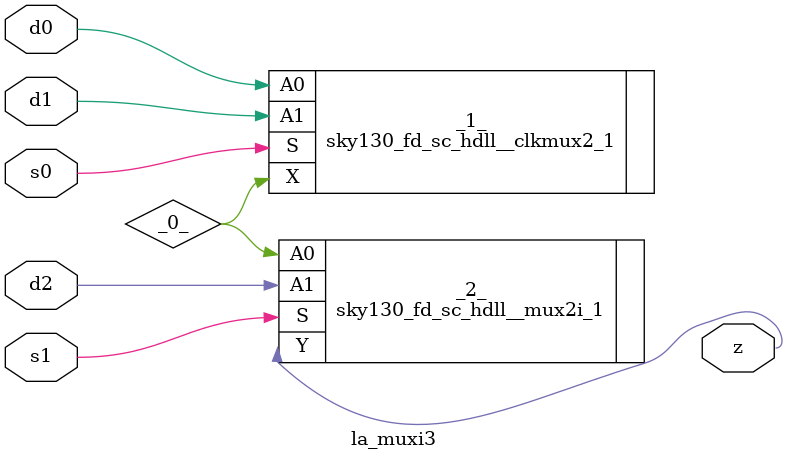
<source format=v>

/* Generated by Yosys 0.44 (git sha1 80ba43d26, g++ 11.4.0-1ubuntu1~22.04 -fPIC -O3) */

(* top =  1  *)
(* src = "inputs/la_muxi3.v:10.1-23.10" *)
module la_muxi3 (
    d0,
    d1,
    d2,
    s0,
    s1,
    z
);
  wire _0_;
  (* src = "inputs/la_muxi3.v:13.12-13.14" *)
  input d0;
  wire d0;
  (* src = "inputs/la_muxi3.v:14.12-14.14" *)
  input d1;
  wire d1;
  (* src = "inputs/la_muxi3.v:15.12-15.14" *)
  input d2;
  wire d2;
  (* src = "inputs/la_muxi3.v:16.12-16.14" *)
  input s0;
  wire s0;
  (* src = "inputs/la_muxi3.v:17.12-17.14" *)
  input s1;
  wire s1;
  (* src = "inputs/la_muxi3.v:18.12-18.13" *)
  output z;
  wire z;
  sky130_fd_sc_hdll__clkmux2_1 _1_ (
      .A0(d0),
      .A1(d1),
      .S (s0),
      .X (_0_)
  );
  sky130_fd_sc_hdll__mux2i_1 _2_ (
      .A0(_0_),
      .A1(d2),
      .S (s1),
      .Y (z)
  );
endmodule

</source>
